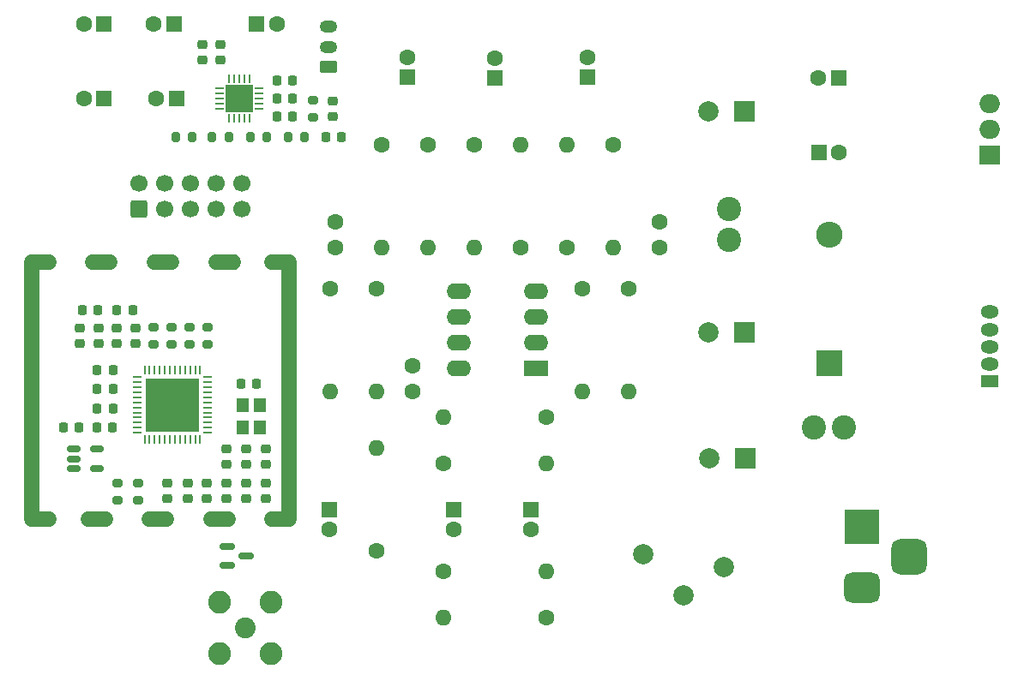
<source format=gbr>
%TF.GenerationSoftware,KiCad,Pcbnew,7.0.9*%
%TF.CreationDate,2024-03-08T21:09:09+01:00*%
%TF.ProjectId,SI4684,53493436-3834-42e6-9b69-6361645f7063,A*%
%TF.SameCoordinates,Original*%
%TF.FileFunction,Soldermask,Top*%
%TF.FilePolarity,Negative*%
%FSLAX46Y46*%
G04 Gerber Fmt 4.6, Leading zero omitted, Abs format (unit mm)*
G04 Created by KiCad (PCBNEW 7.0.9) date 2024-03-08 21:09:09*
%MOMM*%
%LPD*%
G01*
G04 APERTURE LIST*
G04 Aperture macros list*
%AMRoundRect*
0 Rectangle with rounded corners*
0 $1 Rounding radius*
0 $2 $3 $4 $5 $6 $7 $8 $9 X,Y pos of 4 corners*
0 Add a 4 corners polygon primitive as box body*
4,1,4,$2,$3,$4,$5,$6,$7,$8,$9,$2,$3,0*
0 Add four circle primitives for the rounded corners*
1,1,$1+$1,$2,$3*
1,1,$1+$1,$4,$5*
1,1,$1+$1,$6,$7*
1,1,$1+$1,$8,$9*
0 Add four rect primitives between the rounded corners*
20,1,$1+$1,$2,$3,$4,$5,0*
20,1,$1+$1,$4,$5,$6,$7,0*
20,1,$1+$1,$6,$7,$8,$9,0*
20,1,$1+$1,$8,$9,$2,$3,0*%
G04 Aperture macros list end*
%ADD10C,1.500000*%
%ADD11C,1.600000*%
%ADD12O,1.600000X1.600000*%
%ADD13C,2.400000*%
%ADD14R,2.000000X1.905000*%
%ADD15O,2.000000X1.905000*%
%ADD16C,2.050000*%
%ADD17C,2.250000*%
%ADD18RoundRect,0.225000X-0.225000X-0.250000X0.225000X-0.250000X0.225000X0.250000X-0.225000X0.250000X0*%
%ADD19RoundRect,0.225000X-0.250000X0.225000X-0.250000X-0.225000X0.250000X-0.225000X0.250000X0.225000X0*%
%ADD20R,2.000000X2.000000*%
%ADD21C,2.000000*%
%ADD22R,1.200000X1.400000*%
%ADD23RoundRect,0.150000X-0.587500X-0.150000X0.587500X-0.150000X0.587500X0.150000X-0.587500X0.150000X0*%
%ADD24R,1.600000X1.600000*%
%ADD25RoundRect,0.200000X0.275000X-0.200000X0.275000X0.200000X-0.275000X0.200000X-0.275000X-0.200000X0*%
%ADD26RoundRect,0.218750X0.256250X-0.218750X0.256250X0.218750X-0.256250X0.218750X-0.256250X-0.218750X0*%
%ADD27R,2.600000X2.600000*%
%ADD28O,2.600000X2.600000*%
%ADD29R,2.400000X1.600000*%
%ADD30O,2.400000X1.600000*%
%ADD31RoundRect,0.200000X-0.200000X-0.275000X0.200000X-0.275000X0.200000X0.275000X-0.200000X0.275000X0*%
%ADD32RoundRect,0.225000X0.250000X-0.225000X0.250000X0.225000X-0.250000X0.225000X-0.250000X-0.225000X0*%
%ADD33RoundRect,0.062500X-0.337500X-0.062500X0.337500X-0.062500X0.337500X0.062500X-0.337500X0.062500X0*%
%ADD34RoundRect,0.062500X-0.062500X-0.337500X0.062500X-0.337500X0.062500X0.337500X-0.062500X0.337500X0*%
%ADD35R,2.700000X2.700000*%
%ADD36RoundRect,0.225000X0.225000X0.250000X-0.225000X0.250000X-0.225000X-0.250000X0.225000X-0.250000X0*%
%ADD37RoundRect,0.200000X0.200000X0.275000X-0.200000X0.275000X-0.200000X-0.275000X0.200000X-0.275000X0*%
%ADD38R,2.286000X1.500000*%
%ADD39RoundRect,0.062500X0.062500X-0.337500X0.062500X0.337500X-0.062500X0.337500X-0.062500X-0.337500X0*%
%ADD40RoundRect,0.062500X0.337500X-0.062500X0.337500X0.062500X-0.337500X0.062500X-0.337500X-0.062500X0*%
%ADD41R,5.300000X5.300000*%
%ADD42R,3.500000X3.500000*%
%ADD43RoundRect,0.750000X1.000000X-0.750000X1.000000X0.750000X-1.000000X0.750000X-1.000000X-0.750000X0*%
%ADD44RoundRect,0.875000X0.875000X-0.875000X0.875000X0.875000X-0.875000X0.875000X-0.875000X-0.875000X0*%
%ADD45R,1.800000X1.275000*%
%ADD46O,1.800000X1.275000*%
%ADD47RoundRect,0.218750X-0.256250X0.218750X-0.256250X-0.218750X0.256250X-0.218750X0.256250X0.218750X0*%
%ADD48RoundRect,0.250000X0.625000X-0.350000X0.625000X0.350000X-0.625000X0.350000X-0.625000X-0.350000X0*%
%ADD49O,1.750000X1.200000*%
%ADD50RoundRect,0.250000X0.600000X-0.600000X0.600000X0.600000X-0.600000X0.600000X-0.600000X-0.600000X0*%
%ADD51C,1.700000*%
%ADD52RoundRect,0.150000X-0.512500X-0.150000X0.512500X-0.150000X0.512500X0.150000X-0.512500X0.150000X0*%
G04 APERTURE END LIST*
D10*
%TO.C,REF\u002A\u002A*%
X102804400Y-94411800D02*
X102804400Y-119811800D01*
X102804400Y-94411800D02*
X104504400Y-94411800D01*
X104504400Y-119811800D02*
X102804400Y-119811800D01*
X108804400Y-94411800D02*
X110504400Y-94411800D01*
X110054400Y-119811800D02*
X108354400Y-119811800D01*
X114904400Y-94411800D02*
X116604400Y-94411800D01*
X116104400Y-119811800D02*
X114404400Y-119811800D01*
X120954400Y-94411800D02*
X122654400Y-94411800D01*
X122204400Y-119811800D02*
X120504400Y-119811800D01*
X126504400Y-94411800D02*
X128204400Y-94411800D01*
X128204400Y-119811800D02*
X126504400Y-119811800D01*
X128204400Y-119811800D02*
X128204400Y-94411800D01*
%TD*%
D11*
%TO.C,R19*%
X136777000Y-97028000D03*
D12*
X136777000Y-107188000D03*
%TD*%
D13*
%TO.C,L6*%
X171575000Y-92202000D03*
X171575000Y-89202000D03*
%TD*%
D14*
%TO.C,U4*%
X197358000Y-83820000D03*
D15*
X197358000Y-81280000D03*
X197358000Y-78740000D03*
%TD*%
D16*
%TO.C,J2*%
X123886400Y-130556000D03*
D17*
X121346400Y-128016000D03*
X121346400Y-133096000D03*
X126426400Y-128016000D03*
X126426400Y-133096000D03*
%TD*%
D18*
%TO.C,C17*%
X123409800Y-106451400D03*
X124959800Y-106451400D03*
%TD*%
D11*
%TO.C,R14*%
X146429000Y-82804000D03*
D12*
X146429000Y-92964000D03*
%TD*%
D11*
%TO.C,R12*%
X155573000Y-92964000D03*
D12*
X155573000Y-82804000D03*
%TD*%
D19*
%TO.C,C5*%
X120083000Y-116280600D03*
X120083000Y-117830600D03*
%TD*%
D11*
%TO.C,R23*%
X143381000Y-124968000D03*
D12*
X153541000Y-124968000D03*
%TD*%
D20*
%TO.C,C13*%
X173099000Y-101346000D03*
D21*
X169599000Y-101346000D03*
%TD*%
D22*
%TO.C,X1*%
X123564600Y-108551800D03*
X123564600Y-110751800D03*
X125264600Y-110751800D03*
X125264600Y-108551800D03*
%TD*%
D23*
%TO.C,D1*%
X122091900Y-122494000D03*
X122091900Y-124394000D03*
X123966900Y-123444000D03*
%TD*%
D24*
%TO.C,C11*%
X109921113Y-78232000D03*
D11*
X107921113Y-78232000D03*
%TD*%
D24*
%TO.C,C22*%
X182436113Y-76200000D03*
D11*
X180436113Y-76200000D03*
%TD*%
D25*
%TO.C,R5*%
X120142000Y-102539800D03*
X120142000Y-100889800D03*
%TD*%
D11*
%TO.C,R6*%
X137285000Y-82804000D03*
D12*
X137285000Y-92964000D03*
%TD*%
D26*
%TO.C,L1*%
X122013400Y-117830600D03*
X122013400Y-116255600D03*
%TD*%
D18*
%TO.C,C35*%
X107789400Y-99136200D03*
X109339400Y-99136200D03*
%TD*%
D27*
%TO.C,D2*%
X181481000Y-104394000D03*
D28*
X181481000Y-91694000D03*
%TD*%
D11*
%TO.C,R18*%
X161669000Y-97028000D03*
D12*
X161669000Y-107188000D03*
%TD*%
D18*
%TO.C,C19*%
X126987000Y-78232000D03*
X128537000Y-78232000D03*
%TD*%
D24*
%TO.C,C8*%
X116840000Y-70866000D03*
D11*
X114840000Y-70866000D03*
%TD*%
D26*
%TO.C,L2*%
X125925000Y-117830800D03*
X125925000Y-116255800D03*
%TD*%
D29*
%TO.C,U6*%
X152525000Y-104892000D03*
D30*
X152525000Y-102352000D03*
X152525000Y-99812000D03*
X152525000Y-97272000D03*
X144905000Y-97272000D03*
X144905000Y-99812000D03*
X144905000Y-102352000D03*
X144905000Y-104892000D03*
%TD*%
D31*
%TO.C,R10*%
X128080000Y-82042000D03*
X129730000Y-82042000D03*
%TD*%
D11*
%TO.C,R15*%
X141857000Y-82804000D03*
D12*
X141857000Y-92964000D03*
%TD*%
D25*
%TO.C,R25*%
X113284000Y-117919000D03*
X113284000Y-116269000D03*
%TD*%
D18*
%TO.C,C26*%
X111180000Y-99136200D03*
X112730000Y-99136200D03*
%TD*%
D24*
%TO.C,C20*%
X125000000Y-70866000D03*
D11*
X127000000Y-70866000D03*
%TD*%
D24*
%TO.C,C37*%
X148461000Y-76232000D03*
D11*
X148461000Y-74232000D03*
%TD*%
D21*
%TO.C,J5*%
X163132000Y-123317000D03*
X171132000Y-124567000D03*
X167132000Y-127317000D03*
%TD*%
D11*
%TO.C,R17*%
X157097000Y-97028000D03*
D12*
X157097000Y-107188000D03*
%TD*%
D25*
%TO.C,R11*%
X130556000Y-80073000D03*
X130556000Y-78423000D03*
%TD*%
D32*
%TO.C,C7*%
X123943800Y-114402200D03*
X123943800Y-112852200D03*
%TD*%
%TO.C,C29*%
X109364200Y-102489800D03*
X109364200Y-100939800D03*
%TD*%
D11*
%TO.C,C33*%
X132713000Y-90464000D03*
X132713000Y-92964000D03*
%TD*%
D32*
%TO.C,C12*%
X121962600Y-114402200D03*
X121962600Y-112852200D03*
%TD*%
D33*
%TO.C,U5*%
X121322000Y-77248000D03*
X121322000Y-77748000D03*
X121322000Y-78248000D03*
X121322000Y-78748000D03*
X121322000Y-79248000D03*
D34*
X122272000Y-80198000D03*
X122772000Y-80198000D03*
X123272000Y-80198000D03*
X123772000Y-80198000D03*
X124272000Y-80198000D03*
D33*
X125222000Y-79248000D03*
X125222000Y-78748000D03*
X125222000Y-78248000D03*
X125222000Y-77748000D03*
X125222000Y-77248000D03*
D34*
X124272000Y-76298000D03*
X123772000Y-76298000D03*
X123272000Y-76298000D03*
X122772000Y-76298000D03*
X122272000Y-76298000D03*
D35*
X123272000Y-78248000D03*
%TD*%
D24*
%TO.C,C31*%
X132156200Y-118872000D03*
D11*
X132156200Y-120872000D03*
%TD*%
D24*
%TO.C,C10*%
X117094000Y-78232000D03*
D11*
X115094000Y-78232000D03*
%TD*%
D32*
%TO.C,C3*%
X123943800Y-117805800D03*
X123943800Y-116255800D03*
%TD*%
D25*
%TO.C,R26*%
X111252000Y-117919000D03*
X111252000Y-116269000D03*
%TD*%
D36*
%TO.C,C40*%
X110786600Y-106959400D03*
X109236600Y-106959400D03*
%TD*%
D11*
%TO.C,C32*%
X164717000Y-90464000D03*
X164717000Y-92964000D03*
%TD*%
D24*
%TO.C,C24*%
X180465000Y-83566000D03*
D11*
X182465000Y-83566000D03*
%TD*%
D37*
%TO.C,R8*%
X122237000Y-82042000D03*
X120587000Y-82042000D03*
%TD*%
D11*
%TO.C,R13*%
X151001000Y-92964000D03*
D12*
X151001000Y-82804000D03*
%TD*%
D11*
%TO.C,R22*%
X143381000Y-114300000D03*
D12*
X153541000Y-114300000D03*
%TD*%
D38*
%TO.C,REF\u002A\u002A*%
X109204400Y-119811800D03*
X121904400Y-94411800D03*
%TD*%
D11*
%TO.C,R24*%
X153541000Y-129540000D03*
D12*
X143381000Y-129540000D03*
%TD*%
D36*
%TO.C,C41*%
X110786600Y-108889800D03*
X109236600Y-108889800D03*
%TD*%
D13*
%TO.C,L5*%
X179981000Y-110744000D03*
X182981000Y-110744000D03*
%TD*%
D31*
%TO.C,R1*%
X116968000Y-82042000D03*
X118618000Y-82042000D03*
%TD*%
D24*
%TO.C,C9*%
X109921113Y-70866000D03*
D11*
X107921113Y-70866000D03*
%TD*%
D24*
%TO.C,C28*%
X139825000Y-76168000D03*
D11*
X139825000Y-74168000D03*
%TD*%
D39*
%TO.C,U3*%
X113914600Y-111988600D03*
X114414600Y-111988600D03*
X114914600Y-111988600D03*
X115414600Y-111988600D03*
X115914600Y-111988600D03*
X116414600Y-111988600D03*
X116914600Y-111988600D03*
X117414600Y-111988600D03*
X117914600Y-111988600D03*
X118414600Y-111988600D03*
X118914600Y-111988600D03*
X119414600Y-111988600D03*
D40*
X120114600Y-111288600D03*
X120114600Y-110788600D03*
X120114600Y-110288600D03*
X120114600Y-109788600D03*
X120114600Y-109288600D03*
X120114600Y-108788600D03*
X120114600Y-108288600D03*
X120114600Y-107788600D03*
X120114600Y-107288600D03*
X120114600Y-106788600D03*
X120114600Y-106288600D03*
X120114600Y-105788600D03*
D39*
X119414600Y-105088600D03*
X118914600Y-105088600D03*
X118414600Y-105088600D03*
X117914600Y-105088600D03*
X117414600Y-105088600D03*
X116914600Y-105088600D03*
X116414600Y-105088600D03*
X115914600Y-105088600D03*
X115414600Y-105088600D03*
X114914600Y-105088600D03*
X114414600Y-105088600D03*
X113914600Y-105088600D03*
D40*
X113214600Y-105788600D03*
X113214600Y-106288600D03*
X113214600Y-106788600D03*
X113214600Y-107288600D03*
X113214600Y-107788600D03*
X113214600Y-108288600D03*
X113214600Y-108788600D03*
X113214600Y-109288600D03*
X113214600Y-109788600D03*
X113214600Y-110288600D03*
X113214600Y-110788600D03*
X113214600Y-111288600D03*
D41*
X116664600Y-108538600D03*
%TD*%
D18*
%TO.C,C15*%
X126987000Y-80010000D03*
X128537000Y-80010000D03*
%TD*%
D24*
%TO.C,C27*%
X157605000Y-76168000D03*
D11*
X157605000Y-74168000D03*
%TD*%
%TO.C,R20*%
X132205000Y-97028000D03*
D12*
X132205000Y-107188000D03*
%TD*%
D36*
%TO.C,C38*%
X110799600Y-105130600D03*
X109249600Y-105130600D03*
%TD*%
D42*
%TO.C,J1*%
X184716500Y-120571000D03*
D43*
X184716500Y-126571000D03*
D44*
X189416500Y-123571000D03*
%TD*%
D45*
%TO.C,U2*%
X197358000Y-106172000D03*
D46*
X197358000Y-104472000D03*
X197358000Y-102772000D03*
X197358000Y-101072000D03*
X197358000Y-99372000D03*
%TD*%
D25*
%TO.C,R3*%
X116586000Y-102539800D03*
X116586000Y-100889800D03*
%TD*%
D47*
%TO.C,L3*%
X118152600Y-116255600D03*
X118152600Y-117830600D03*
%TD*%
D24*
%TO.C,C42*%
X144397000Y-118872000D03*
D11*
X144397000Y-120872000D03*
%TD*%
D48*
%TO.C,J3*%
X132038000Y-75152000D03*
D49*
X132038000Y-73152000D03*
X132038000Y-71152000D03*
%TD*%
D32*
%TO.C,C6*%
X125925000Y-114402200D03*
X125925000Y-112852200D03*
%TD*%
D26*
%TO.C,L4*%
X116120600Y-117830800D03*
X116120600Y-116255800D03*
%TD*%
D25*
%TO.C,R2*%
X114808000Y-102539800D03*
X114808000Y-100889800D03*
%TD*%
D32*
%TO.C,C14*%
X119634000Y-74435000D03*
X119634000Y-72885000D03*
%TD*%
D11*
%TO.C,R16*%
X136777000Y-122936000D03*
D12*
X136777000Y-112776000D03*
%TD*%
D18*
%TO.C,C4*%
X109207000Y-110744000D03*
X110757000Y-110744000D03*
%TD*%
D50*
%TO.C,J4*%
X113377400Y-89154000D03*
D51*
X113377400Y-86614000D03*
X115917400Y-89154000D03*
X115917400Y-86614000D03*
X118457400Y-89154000D03*
X118457400Y-86614000D03*
X120997400Y-89154000D03*
X120997400Y-86614000D03*
X123537400Y-89154000D03*
X123537400Y-86614000D03*
%TD*%
D25*
%TO.C,R4*%
X118364000Y-102539800D03*
X118364000Y-100889800D03*
%TD*%
D18*
%TO.C,C21*%
X126974000Y-76454000D03*
X128524000Y-76454000D03*
%TD*%
D32*
%TO.C,C30*%
X107535400Y-102489800D03*
X107535400Y-100939800D03*
%TD*%
%TO.C,C25*%
X111193000Y-102489800D03*
X111193000Y-100939800D03*
%TD*%
%TO.C,C23*%
X113021800Y-102489800D03*
X113021800Y-100939800D03*
%TD*%
%TO.C,C18*%
X121412000Y-74448000D03*
X121412000Y-72898000D03*
%TD*%
D18*
%TO.C,C34*%
X131813000Y-82042000D03*
X133363000Y-82042000D03*
%TD*%
D20*
%TO.C,C2*%
X173192677Y-113792000D03*
D21*
X169692677Y-113792000D03*
%TD*%
D11*
%TO.C,R7*%
X160145000Y-82804000D03*
D12*
X160145000Y-92964000D03*
%TD*%
D36*
%TO.C,C1*%
X107455000Y-110744000D03*
X105905000Y-110744000D03*
%TD*%
D52*
%TO.C,U1*%
X106945000Y-112908000D03*
X106945000Y-113858000D03*
X106945000Y-114808000D03*
X109220000Y-114808000D03*
X109220000Y-112908000D03*
%TD*%
D11*
%TO.C,C36*%
X140333000Y-104688000D03*
X140333000Y-107188000D03*
%TD*%
%TO.C,R21*%
X153541000Y-109728000D03*
D12*
X143381000Y-109728000D03*
%TD*%
D19*
%TO.C,C39*%
X132461000Y-78473000D03*
X132461000Y-80023000D03*
%TD*%
D31*
%TO.C,R9*%
X124334000Y-82042000D03*
X125984000Y-82042000D03*
%TD*%
D20*
%TO.C,C16*%
X173099000Y-79502000D03*
D21*
X169599000Y-79502000D03*
%TD*%
D24*
%TO.C,C43*%
X152017000Y-118872000D03*
D11*
X152017000Y-120872000D03*
%TD*%
M02*

</source>
